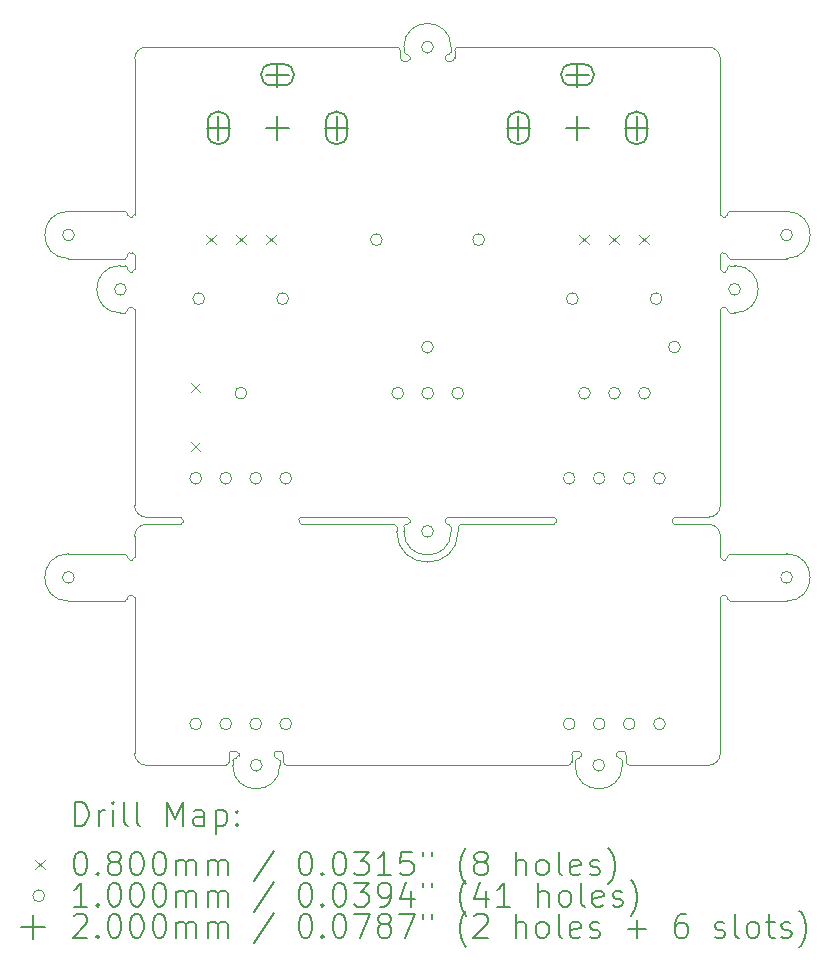
<source format=gbr>
%FSLAX45Y45*%
G04 Gerber Fmt 4.5, Leading zero omitted, Abs format (unit mm)*
G04 Created by KiCad (PCBNEW (6.0.1)) date 2022-01-31 14:39:38*
%MOMM*%
%LPD*%
G01*
G04 APERTURE LIST*
%TA.AperFunction,Profile*%
%ADD10C,0.038100*%
%TD*%
%ADD11C,0.200000*%
%ADD12C,0.080000*%
%ADD13C,0.100000*%
G04 APERTURE END LIST*
D10*
X16618200Y-9262795D02*
X16618200Y-9272795D01*
X12458200Y-13462795D02*
X12428200Y-13462795D01*
X11558200Y-9702795D02*
G75*
G03*
X11538200Y-9722795I0J-20000D01*
G01*
X12478200Y-13482795D02*
X12478200Y-13502795D01*
X11538200Y-11822795D02*
X11538200Y-11812795D01*
X13878200Y-7622795D02*
X13908200Y-7622795D01*
X16558200Y-9382795D02*
G75*
G03*
X16578200Y-9402795I20000J0D01*
G01*
X11538200Y-9382795D02*
X11538200Y-9372795D01*
X16558200Y-11642795D02*
G75*
G03*
X16458200Y-11542795I-100000J0D01*
G01*
X12988200Y-11502795D02*
X12988200Y-11522795D01*
X12858200Y-13492795D02*
G75*
G03*
X12828200Y-13462795I-30000J0D01*
G01*
X16578200Y-8942795D02*
X16598200Y-8942795D01*
X16618200Y-9262795D02*
G75*
G03*
X16598200Y-9242795I-20000J0D01*
G01*
X16168200Y-11542795D02*
X16458200Y-11542795D01*
X11538200Y-8922795D02*
G75*
G03*
X11558200Y-8942795I20000J0D01*
G01*
X11538200Y-12172795D02*
X11538200Y-12162795D01*
X16618200Y-9722795D02*
G75*
G03*
X16598200Y-9702795I-20000J0D01*
G01*
X13818200Y-11562795D02*
G75*
G03*
X13798200Y-11542795I-20000J0D01*
G01*
X16618200Y-11812795D02*
X16618200Y-11822795D01*
X14258200Y-7562795D02*
G75*
G03*
X14278200Y-7542795I0J20000D01*
G01*
X15758200Y-13492795D02*
X15758200Y-13552795D01*
X16168200Y-11482795D02*
G75*
G03*
X16148200Y-11502795I0J-20000D01*
G01*
X16168200Y-11482795D02*
X16458200Y-11482795D01*
X11988200Y-11482795D02*
X11698200Y-11482795D01*
X15268200Y-13582795D02*
X12888200Y-13582795D01*
X11038200Y-8892795D02*
X11518200Y-8892795D01*
X11578200Y-8942795D02*
G75*
G03*
X11598200Y-8922795I0J20000D01*
G01*
X15678200Y-13482795D02*
X15678200Y-13502795D01*
X11038200Y-9292795D02*
X11518200Y-9292795D01*
X15758200Y-13552795D02*
G75*
G03*
X15788200Y-13582795I30000J0D01*
G01*
X15328200Y-13582795D02*
X15328200Y-13542795D01*
X15728200Y-13542795D02*
G75*
G03*
X15708200Y-13522795I-20000J0D01*
G01*
X12858200Y-13552795D02*
G75*
G03*
X12888200Y-13582795I30000J0D01*
G01*
X16618200Y-12162795D02*
X16618200Y-12172795D01*
X14228200Y-7602795D02*
G75*
G03*
X14248200Y-7622795I20000J0D01*
G01*
X13818200Y-11602795D02*
G75*
G03*
X14338200Y-11602795I260000J0D01*
G01*
X13008200Y-11482795D02*
G75*
G03*
X12988200Y-11502795I0J-20000D01*
G01*
X14338200Y-7502795D02*
X16458200Y-7502795D01*
X11698200Y-7502795D02*
G75*
G03*
X11598200Y-7602795I0J-100000D01*
G01*
X16618200Y-9732795D02*
G75*
G03*
X16638200Y-9752795I20000J0D01*
G01*
X11538200Y-9372795D02*
G75*
G03*
X11518200Y-9352795I-20000J0D01*
G01*
X13848200Y-7532795D02*
G75*
G03*
X13818200Y-7502795I-30000J0D01*
G01*
X14278200Y-11562795D02*
X14278200Y-11602795D01*
X12828200Y-13462795D02*
X12798200Y-13462795D01*
X11988200Y-11542795D02*
X11698200Y-11542795D01*
X14278200Y-7542795D02*
X14278200Y-7502795D01*
X11538200Y-9732795D02*
X11538200Y-9722795D01*
X15708200Y-13522795D02*
X15698200Y-13522795D01*
X11558200Y-12142795D02*
G75*
G03*
X11538200Y-12162795I0J-20000D01*
G01*
X11598200Y-11382795D02*
X11598200Y-9722795D01*
X17118200Y-12192794D02*
X16638200Y-12192795D01*
X17118200Y-8892795D02*
X16638200Y-8892795D01*
X13008200Y-11482795D02*
X13908200Y-11482795D01*
X16558200Y-11822795D02*
G75*
G03*
X16578200Y-11842795I20000J0D01*
G01*
X16458200Y-13582795D02*
X15788200Y-13582795D01*
X16578200Y-9702795D02*
G75*
G03*
X16558200Y-9722795I0J-20000D01*
G01*
X11038200Y-8892795D02*
G75*
G03*
X11038200Y-9292795I0J-200000D01*
G01*
X12478200Y-13482795D02*
G75*
G03*
X12458200Y-13462795I-20000J0D01*
G01*
X12828200Y-13542795D02*
G75*
G03*
X12808200Y-13522795I-20000J0D01*
G01*
X12428200Y-13582795D02*
G75*
G03*
X12828200Y-13582795I200000J0D01*
G01*
X15678200Y-13502795D02*
G75*
G03*
X15698200Y-13522795I20000J0D01*
G01*
X11698200Y-11542795D02*
G75*
G03*
X11598200Y-11642795I0J-100000D01*
G01*
X11578200Y-12142795D02*
X11558200Y-12142795D01*
X11578200Y-9402795D02*
G75*
G03*
X11598200Y-9382795I0J20000D01*
G01*
X14278200Y-11562795D02*
G75*
G03*
X14258200Y-11542795I-20000J0D01*
G01*
X14358200Y-11542795D02*
X15148200Y-11542795D01*
X11578200Y-11842795D02*
X11558200Y-11842795D01*
X16558200Y-8922795D02*
X16558200Y-7602795D01*
X13928200Y-7582795D02*
G75*
G03*
X13908200Y-7562795I-20000J0D01*
G01*
X16598200Y-8942795D02*
G75*
G03*
X16618200Y-8922795I0J20000D01*
G01*
X17118200Y-9292795D02*
G75*
G03*
X17118200Y-8892795I0J200000D01*
G01*
X15728200Y-13462795D02*
X15698200Y-13462795D01*
X16578200Y-12142795D02*
X16598200Y-12142795D01*
X15358200Y-13462795D02*
X15328200Y-13462795D01*
X13908200Y-11542795D02*
G75*
G03*
X13928200Y-11522795I0J20000D01*
G01*
X12808200Y-13522795D02*
X12798200Y-13522795D01*
X16678200Y-9752795D02*
X16638200Y-9752795D01*
X11598200Y-9722795D02*
G75*
G03*
X11578200Y-9702795I-20000J0D01*
G01*
X15698200Y-13462795D02*
G75*
G03*
X15678200Y-13482795I0J-20000D01*
G01*
X16678200Y-9352795D02*
X16638200Y-9352795D01*
X16618200Y-12162795D02*
G75*
G03*
X16598200Y-12142795I-20000J0D01*
G01*
X14248200Y-7622795D02*
X14278200Y-7622795D01*
X15148200Y-11542795D02*
G75*
G03*
X15168200Y-11522795I0J20000D01*
G01*
X14358200Y-11542795D02*
G75*
G03*
X14338200Y-11562795I0J-20000D01*
G01*
X12828200Y-13542795D02*
X12828200Y-13582795D01*
X16598200Y-11842795D02*
G75*
G03*
X16618200Y-11822795I0J20000D01*
G01*
X11598200Y-9262795D02*
G75*
G03*
X11578200Y-9242795I-20000J0D01*
G01*
X14228200Y-7602795D02*
X14228200Y-7582795D01*
X11538200Y-8922795D02*
X11538200Y-8912795D01*
X15358200Y-13522795D02*
X15348200Y-13522795D01*
X15328200Y-13462795D02*
G75*
G03*
X15298200Y-13492795I0J-30000D01*
G01*
X11698200Y-13582795D02*
X12368200Y-13582795D01*
X12798200Y-13462795D02*
G75*
G03*
X12778200Y-13482795I0J-20000D01*
G01*
X11518200Y-9752795D02*
G75*
G03*
X11538200Y-9732795I0J20000D01*
G01*
X11698200Y-7502795D02*
X13818200Y-7502795D01*
X13878200Y-7502795D02*
X13878200Y-7542795D01*
X12368200Y-13582795D02*
G75*
G03*
X12398200Y-13552795I0J30000D01*
G01*
X12778200Y-13482795D02*
X12778200Y-13502795D01*
X11988200Y-11542795D02*
G75*
G03*
X12008200Y-11522795I0J20000D01*
G01*
X14308200Y-7532795D02*
X14308200Y-7562795D01*
X11538200Y-11812795D02*
G75*
G03*
X11518200Y-11792795I-20000J0D01*
G01*
X16678200Y-9752795D02*
G75*
G03*
X16678200Y-9352795I0J200000D01*
G01*
X14278200Y-7502795D02*
G75*
G03*
X13878200Y-7502795I-200000J0D01*
G01*
X14258200Y-11542795D02*
X14248200Y-11542795D01*
X14278200Y-7622795D02*
G75*
G03*
X14308200Y-7592795I0J30000D01*
G01*
X11578200Y-9242795D02*
X11558200Y-9242795D01*
X14228200Y-11522795D02*
G75*
G03*
X14248200Y-11542795I20000J0D01*
G01*
X14228200Y-11502795D02*
X14228200Y-11522795D01*
X13878200Y-11562795D02*
X13878200Y-11602795D01*
X11578200Y-9402795D02*
X11558200Y-9402795D01*
X16578200Y-9242795D02*
G75*
G03*
X16558200Y-9262795I0J-20000D01*
G01*
X16618200Y-9372795D02*
X16618200Y-9382795D01*
X15328200Y-13582795D02*
G75*
G03*
X15728200Y-13582795I200000J0D01*
G01*
X16578200Y-11842795D02*
X16598200Y-11842795D01*
X13908200Y-7622795D02*
G75*
G03*
X13928200Y-7602795I0J20000D01*
G01*
X13878200Y-11602795D02*
G75*
G03*
X14278200Y-11602795I200000J0D01*
G01*
X16638200Y-9352795D02*
G75*
G03*
X16618200Y-9372795I0J-20000D01*
G01*
X12008200Y-11502795D02*
G75*
G03*
X11988200Y-11482795I-20000J0D01*
G01*
X11598200Y-8922795D02*
X11598200Y-7602795D01*
X14248200Y-11482795D02*
G75*
G03*
X14228200Y-11502795I0J-20000D01*
G01*
X13898200Y-7562795D02*
X13908200Y-7562795D01*
X13008200Y-11542795D02*
X13798200Y-11542795D01*
X16638200Y-11792795D02*
G75*
G03*
X16618200Y-11812795I0J-20000D01*
G01*
X12988200Y-11522795D02*
G75*
G03*
X13008200Y-11542795I20000J0D01*
G01*
X11558200Y-9242795D02*
G75*
G03*
X11538200Y-9262795I0J-20000D01*
G01*
X12428200Y-13462795D02*
G75*
G03*
X12398200Y-13492795I0J-30000D01*
G01*
X12458200Y-13522795D02*
X12448200Y-13522795D01*
X16558200Y-11642795D02*
X16558200Y-11822795D01*
X11578200Y-9702795D02*
X11558200Y-9702795D01*
X12448200Y-13522795D02*
G75*
G03*
X12428200Y-13542795I0J-20000D01*
G01*
X15298200Y-13492795D02*
X15298200Y-13552795D01*
X16558200Y-8922795D02*
G75*
G03*
X16578200Y-8942795I20000J0D01*
G01*
X11538200Y-9272795D02*
X11538200Y-9262795D01*
X11518200Y-9292795D02*
G75*
G03*
X11538200Y-9272795I0J20000D01*
G01*
X11538200Y-8912795D02*
G75*
G03*
X11518200Y-8892795I-20000J0D01*
G01*
X16618200Y-9722795D02*
X16618200Y-9732795D01*
X11038200Y-11792795D02*
X11518200Y-11792795D01*
X11598200Y-12162795D02*
X11598200Y-13482795D01*
X14308200Y-7592795D02*
X14308200Y-7562795D01*
X16638200Y-8892795D02*
G75*
G03*
X16618200Y-8912795I0J-20000D01*
G01*
X16558200Y-7602795D02*
G75*
G03*
X16458200Y-7502795I-100000J0D01*
G01*
X11598200Y-12162795D02*
G75*
G03*
X11578200Y-12142795I-20000J0D01*
G01*
X13908200Y-11542795D02*
X13898200Y-11542795D01*
X11478200Y-9752795D02*
X11518200Y-9752795D01*
X13928200Y-11502795D02*
G75*
G03*
X13908200Y-11482795I-20000J0D01*
G01*
X11538200Y-11822795D02*
G75*
G03*
X11558200Y-11842795I20000J0D01*
G01*
X14248200Y-7562795D02*
X14258200Y-7562795D01*
X13928200Y-11502795D02*
X13928200Y-11522795D01*
X12428200Y-13582795D02*
X12428200Y-13542795D01*
X13848200Y-7532795D02*
X13848200Y-7592795D01*
X13848200Y-7592795D02*
G75*
G03*
X13878200Y-7622795I30000J0D01*
G01*
X13898200Y-11542795D02*
G75*
G03*
X13878200Y-11562795I0J-20000D01*
G01*
X16578200Y-9242795D02*
X16598200Y-9242795D01*
X11038200Y-12192795D02*
X11518200Y-12192795D01*
X15168200Y-11502795D02*
G75*
G03*
X15148200Y-11482795I-20000J0D01*
G01*
X16578200Y-9702795D02*
X16598200Y-9702795D01*
X14248200Y-7562795D02*
G75*
G03*
X14228200Y-7582795I0J-20000D01*
G01*
X16558200Y-12162795D02*
X16558200Y-13482795D01*
X16598200Y-9402795D02*
G75*
G03*
X16618200Y-9382795I0J20000D01*
G01*
X11478200Y-9352795D02*
X11518200Y-9352795D01*
X15758200Y-13492795D02*
G75*
G03*
X15728200Y-13462795I-30000J0D01*
G01*
X16458200Y-11482795D02*
G75*
G03*
X16558200Y-11382795I0J100000D01*
G01*
X11578200Y-11842795D02*
G75*
G03*
X11598200Y-11822795I0J20000D01*
G01*
X11578200Y-8942795D02*
X11558200Y-8942795D01*
X15728200Y-13582795D02*
X15728200Y-13542795D01*
X13818200Y-11602795D02*
X13818200Y-11562795D01*
X11518200Y-12192795D02*
G75*
G03*
X11538200Y-12172795I0J20000D01*
G01*
X12398200Y-13492795D02*
X12398200Y-13552795D01*
X15268200Y-13582795D02*
G75*
G03*
X15298200Y-13552795I0J30000D01*
G01*
X15378200Y-13482795D02*
G75*
G03*
X15358200Y-13462795I-20000J0D01*
G01*
X16558200Y-9262795D02*
X16558200Y-9382795D01*
X16578200Y-9402795D02*
X16598200Y-9402795D01*
X11598200Y-11382795D02*
G75*
G03*
X11698200Y-11482795I100000J0D01*
G01*
X16618200Y-8912795D02*
X16618200Y-8922795D01*
X11478200Y-9352795D02*
G75*
G03*
X11478200Y-9752795I0J-200000D01*
G01*
X11538200Y-9382795D02*
G75*
G03*
X11558200Y-9402795I20000J0D01*
G01*
X12458200Y-13522795D02*
G75*
G03*
X12478200Y-13502795I0J20000D01*
G01*
X11598200Y-9382795D02*
X11598200Y-9262795D01*
X16618200Y-9272795D02*
G75*
G03*
X16638200Y-9292795I20000J0D01*
G01*
X16458200Y-13582795D02*
G75*
G03*
X16558200Y-13482795I0J100000D01*
G01*
X15168200Y-11502795D02*
X15168200Y-11522795D01*
X17118200Y-12192795D02*
G75*
G03*
X17118200Y-11792795I0J200000D01*
G01*
X16148200Y-11522795D02*
G75*
G03*
X16168200Y-11542795I20000J0D01*
G01*
X12858200Y-13492795D02*
X12858200Y-13552795D01*
X16148200Y-11502795D02*
X16148200Y-11522795D01*
X17118200Y-9292795D02*
X16638200Y-9292795D01*
X16618200Y-12172795D02*
G75*
G03*
X16638200Y-12192795I20000J0D01*
G01*
X14338200Y-11602795D02*
X14338200Y-11562795D01*
X12778200Y-13502795D02*
G75*
G03*
X12798200Y-13522795I20000J0D01*
G01*
X12008200Y-11502795D02*
X12008200Y-11522795D01*
X15378200Y-13482795D02*
X15378200Y-13502795D01*
X13878200Y-7542795D02*
G75*
G03*
X13898200Y-7562795I20000J0D01*
G01*
X11038200Y-11792795D02*
G75*
G03*
X11038200Y-12192795I0J-200000D01*
G01*
X14338200Y-7502795D02*
G75*
G03*
X14308200Y-7532795I0J-30000D01*
G01*
X15358200Y-13522795D02*
G75*
G03*
X15378200Y-13502795I0J20000D01*
G01*
X15348200Y-13522795D02*
G75*
G03*
X15328200Y-13542795I0J-20000D01*
G01*
X13928200Y-7602795D02*
X13928200Y-7582795D01*
X17118200Y-11792795D02*
X16638200Y-11792795D01*
X16578200Y-12142795D02*
G75*
G03*
X16558200Y-12162795I0J-20000D01*
G01*
X11598200Y-11822795D02*
X11598200Y-11642795D01*
X14248200Y-11482795D02*
X15148200Y-11482795D01*
X16558200Y-11382795D02*
X16558200Y-9722795D01*
X11598200Y-13482795D02*
G75*
G03*
X11698200Y-13582795I100000J0D01*
G01*
D11*
D12*
X12076200Y-10344045D02*
X12156200Y-10424045D01*
X12156200Y-10344045D02*
X12076200Y-10424045D01*
X12076200Y-10844045D02*
X12156200Y-10924045D01*
X12156200Y-10844045D02*
X12076200Y-10924045D01*
X12204200Y-9092795D02*
X12284200Y-9172795D01*
X12284200Y-9092795D02*
X12204200Y-9172795D01*
X12458200Y-9092795D02*
X12538200Y-9172795D01*
X12538200Y-9092795D02*
X12458200Y-9172795D01*
X12712200Y-9092795D02*
X12792200Y-9172795D01*
X12792200Y-9092795D02*
X12712200Y-9172795D01*
X15364200Y-9092795D02*
X15444200Y-9172795D01*
X15444200Y-9092795D02*
X15364200Y-9172795D01*
X15618200Y-9092795D02*
X15698200Y-9172795D01*
X15698200Y-9092795D02*
X15618200Y-9172795D01*
X15872200Y-9092795D02*
X15952200Y-9172795D01*
X15952200Y-9092795D02*
X15872200Y-9172795D01*
D13*
X11088200Y-9092795D02*
G75*
G03*
X11088200Y-9092795I-50000J0D01*
G01*
X11088200Y-11992795D02*
G75*
G03*
X11088200Y-11992795I-50000J0D01*
G01*
X11528200Y-9552795D02*
G75*
G03*
X11528200Y-9552795I-50000J0D01*
G01*
X12166200Y-11152795D02*
G75*
G03*
X12166200Y-11152795I-50000J0D01*
G01*
X12166200Y-13232795D02*
G75*
G03*
X12166200Y-13232795I-50000J0D01*
G01*
X12192200Y-9632795D02*
G75*
G03*
X12192200Y-9632795I-50000J0D01*
G01*
X12420200Y-11152795D02*
G75*
G03*
X12420200Y-11152795I-50000J0D01*
G01*
X12420200Y-13232795D02*
G75*
G03*
X12420200Y-13232795I-50000J0D01*
G01*
X12548200Y-10432795D02*
G75*
G03*
X12548200Y-10432795I-50000J0D01*
G01*
X12674200Y-11152795D02*
G75*
G03*
X12674200Y-11152795I-50000J0D01*
G01*
X12674200Y-13232795D02*
G75*
G03*
X12674200Y-13232795I-50000J0D01*
G01*
X12678200Y-13582795D02*
G75*
G03*
X12678200Y-13582795I-50000J0D01*
G01*
X12902200Y-9632795D02*
G75*
G03*
X12902200Y-9632795I-50000J0D01*
G01*
X12928200Y-11152795D02*
G75*
G03*
X12928200Y-11152795I-50000J0D01*
G01*
X12928200Y-13232795D02*
G75*
G03*
X12928200Y-13232795I-50000J0D01*
G01*
X13695580Y-9132795D02*
G75*
G03*
X13695580Y-9132795I-50000J0D01*
G01*
X13875700Y-10432795D02*
G75*
G03*
X13875700Y-10432795I-50000J0D01*
G01*
X14128200Y-7502795D02*
G75*
G03*
X14128200Y-7502795I-50000J0D01*
G01*
X14128200Y-10042795D02*
G75*
G03*
X14128200Y-10042795I-50000J0D01*
G01*
X14128200Y-11602795D02*
G75*
G03*
X14128200Y-11602795I-50000J0D01*
G01*
X14129700Y-10432795D02*
G75*
G03*
X14129700Y-10432795I-50000J0D01*
G01*
X14383700Y-10432795D02*
G75*
G03*
X14383700Y-10432795I-50000J0D01*
G01*
X14560820Y-9132795D02*
G75*
G03*
X14560820Y-9132795I-50000J0D01*
G01*
X15328200Y-11152795D02*
G75*
G03*
X15328200Y-11152795I-50000J0D01*
G01*
X15328200Y-13232795D02*
G75*
G03*
X15328200Y-13232795I-50000J0D01*
G01*
X15354200Y-9632795D02*
G75*
G03*
X15354200Y-9632795I-50000J0D01*
G01*
X15456700Y-10432795D02*
G75*
G03*
X15456700Y-10432795I-50000J0D01*
G01*
X15578200Y-13582795D02*
G75*
G03*
X15578200Y-13582795I-50000J0D01*
G01*
X15582200Y-11152795D02*
G75*
G03*
X15582200Y-11152795I-50000J0D01*
G01*
X15582200Y-13232795D02*
G75*
G03*
X15582200Y-13232795I-50000J0D01*
G01*
X15710700Y-10432795D02*
G75*
G03*
X15710700Y-10432795I-50000J0D01*
G01*
X15836200Y-11152795D02*
G75*
G03*
X15836200Y-11152795I-50000J0D01*
G01*
X15836200Y-13232795D02*
G75*
G03*
X15836200Y-13232795I-50000J0D01*
G01*
X15964700Y-10432795D02*
G75*
G03*
X15964700Y-10432795I-50000J0D01*
G01*
X16064200Y-9632795D02*
G75*
G03*
X16064200Y-9632795I-50000J0D01*
G01*
X16092200Y-11152795D02*
G75*
G03*
X16092200Y-11152795I-50000J0D01*
G01*
X16092200Y-13232795D02*
G75*
G03*
X16092200Y-13232795I-50000J0D01*
G01*
X16218700Y-10042795D02*
G75*
G03*
X16218700Y-10042795I-50000J0D01*
G01*
X16728200Y-9552795D02*
G75*
G03*
X16728200Y-9552795I-50000J0D01*
G01*
X17168200Y-9092795D02*
G75*
G03*
X17168200Y-9092795I-50000J0D01*
G01*
X17168200Y-11992795D02*
G75*
G03*
X17168200Y-11992795I-50000J0D01*
G01*
D11*
X12308200Y-8087445D02*
X12308200Y-8287445D01*
X12208200Y-8187445D02*
X12408200Y-8187445D01*
X12218200Y-8137445D02*
X12218200Y-8237445D01*
X12398200Y-8137445D02*
X12398200Y-8237445D01*
X12218200Y-8237445D02*
G75*
G03*
X12398200Y-8237445I90000J0D01*
G01*
X12398200Y-8137445D02*
G75*
G03*
X12218200Y-8137445I-90000J0D01*
G01*
X12808200Y-7637445D02*
X12808200Y-7837445D01*
X12708200Y-7737445D02*
X12908200Y-7737445D01*
X12858200Y-7647445D02*
X12758200Y-7647445D01*
X12858200Y-7827445D02*
X12758200Y-7827445D01*
X12758200Y-7647445D02*
G75*
G03*
X12758200Y-7827445I0J-90000D01*
G01*
X12858200Y-7827445D02*
G75*
G03*
X12858200Y-7647445I0J90000D01*
G01*
X12808200Y-8087445D02*
X12808200Y-8287445D01*
X12708200Y-8187445D02*
X12908200Y-8187445D01*
X13308200Y-8087445D02*
X13308200Y-8287445D01*
X13208200Y-8187445D02*
X13408200Y-8187445D01*
X13218200Y-8137445D02*
X13218200Y-8237445D01*
X13398200Y-8137445D02*
X13398200Y-8237445D01*
X13218200Y-8237445D02*
G75*
G03*
X13398200Y-8237445I90000J0D01*
G01*
X13398200Y-8137445D02*
G75*
G03*
X13218200Y-8137445I-90000J0D01*
G01*
X14848200Y-8087445D02*
X14848200Y-8287445D01*
X14748200Y-8187445D02*
X14948200Y-8187445D01*
X14758200Y-8137445D02*
X14758200Y-8237445D01*
X14938200Y-8137445D02*
X14938200Y-8237445D01*
X14758200Y-8237445D02*
G75*
G03*
X14938200Y-8237445I90000J0D01*
G01*
X14938200Y-8137445D02*
G75*
G03*
X14758200Y-8137445I-90000J0D01*
G01*
X15348200Y-7637445D02*
X15348200Y-7837445D01*
X15248200Y-7737445D02*
X15448200Y-7737445D01*
X15398200Y-7647445D02*
X15298200Y-7647445D01*
X15398200Y-7827445D02*
X15298200Y-7827445D01*
X15298200Y-7647445D02*
G75*
G03*
X15298200Y-7827445I0J-90000D01*
G01*
X15398200Y-7827445D02*
G75*
G03*
X15398200Y-7647445I0J90000D01*
G01*
X15348200Y-8087445D02*
X15348200Y-8287445D01*
X15248200Y-8187445D02*
X15448200Y-8187445D01*
X15848200Y-8087445D02*
X15848200Y-8287445D01*
X15748200Y-8187445D02*
X15948200Y-8187445D01*
X15758200Y-8137445D02*
X15758200Y-8237445D01*
X15938200Y-8137445D02*
X15938200Y-8237445D01*
X15758200Y-8237445D02*
G75*
G03*
X15938200Y-8237445I90000J0D01*
G01*
X15938200Y-8137445D02*
G75*
G03*
X15758200Y-8137445I-90000J0D01*
G01*
X11093914Y-14095176D02*
X11093914Y-13895176D01*
X11141533Y-13895176D01*
X11170105Y-13904700D01*
X11189152Y-13923748D01*
X11198676Y-13942795D01*
X11208200Y-13980890D01*
X11208200Y-14009462D01*
X11198676Y-14047557D01*
X11189152Y-14066605D01*
X11170105Y-14085652D01*
X11141533Y-14095176D01*
X11093914Y-14095176D01*
X11293914Y-14095176D02*
X11293914Y-13961843D01*
X11293914Y-13999938D02*
X11303438Y-13980890D01*
X11312962Y-13971367D01*
X11332009Y-13961843D01*
X11351057Y-13961843D01*
X11417723Y-14095176D02*
X11417723Y-13961843D01*
X11417723Y-13895176D02*
X11408200Y-13904700D01*
X11417723Y-13914224D01*
X11427247Y-13904700D01*
X11417723Y-13895176D01*
X11417723Y-13914224D01*
X11541533Y-14095176D02*
X11522485Y-14085652D01*
X11512962Y-14066605D01*
X11512962Y-13895176D01*
X11646295Y-14095176D02*
X11627247Y-14085652D01*
X11617723Y-14066605D01*
X11617723Y-13895176D01*
X11874866Y-14095176D02*
X11874866Y-13895176D01*
X11941533Y-14038033D01*
X12008200Y-13895176D01*
X12008200Y-14095176D01*
X12189152Y-14095176D02*
X12189152Y-13990414D01*
X12179628Y-13971367D01*
X12160581Y-13961843D01*
X12122485Y-13961843D01*
X12103438Y-13971367D01*
X12189152Y-14085652D02*
X12170104Y-14095176D01*
X12122485Y-14095176D01*
X12103438Y-14085652D01*
X12093914Y-14066605D01*
X12093914Y-14047557D01*
X12103438Y-14028509D01*
X12122485Y-14018986D01*
X12170104Y-14018986D01*
X12189152Y-14009462D01*
X12284390Y-13961843D02*
X12284390Y-14161843D01*
X12284390Y-13971367D02*
X12303438Y-13961843D01*
X12341533Y-13961843D01*
X12360581Y-13971367D01*
X12370104Y-13980890D01*
X12379628Y-13999938D01*
X12379628Y-14057081D01*
X12370104Y-14076128D01*
X12360581Y-14085652D01*
X12341533Y-14095176D01*
X12303438Y-14095176D01*
X12284390Y-14085652D01*
X12465343Y-14076128D02*
X12474866Y-14085652D01*
X12465343Y-14095176D01*
X12455819Y-14085652D01*
X12465343Y-14076128D01*
X12465343Y-14095176D01*
X12465343Y-13971367D02*
X12474866Y-13980890D01*
X12465343Y-13990414D01*
X12455819Y-13980890D01*
X12465343Y-13971367D01*
X12465343Y-13990414D01*
D12*
X10756295Y-14384700D02*
X10836295Y-14464700D01*
X10836295Y-14384700D02*
X10756295Y-14464700D01*
D11*
X11132009Y-14315176D02*
X11151057Y-14315176D01*
X11170105Y-14324700D01*
X11179628Y-14334224D01*
X11189152Y-14353271D01*
X11198676Y-14391367D01*
X11198676Y-14438986D01*
X11189152Y-14477081D01*
X11179628Y-14496128D01*
X11170105Y-14505652D01*
X11151057Y-14515176D01*
X11132009Y-14515176D01*
X11112962Y-14505652D01*
X11103438Y-14496128D01*
X11093914Y-14477081D01*
X11084390Y-14438986D01*
X11084390Y-14391367D01*
X11093914Y-14353271D01*
X11103438Y-14334224D01*
X11112962Y-14324700D01*
X11132009Y-14315176D01*
X11284390Y-14496128D02*
X11293914Y-14505652D01*
X11284390Y-14515176D01*
X11274866Y-14505652D01*
X11284390Y-14496128D01*
X11284390Y-14515176D01*
X11408200Y-14400890D02*
X11389152Y-14391367D01*
X11379628Y-14381843D01*
X11370104Y-14362795D01*
X11370104Y-14353271D01*
X11379628Y-14334224D01*
X11389152Y-14324700D01*
X11408200Y-14315176D01*
X11446295Y-14315176D01*
X11465343Y-14324700D01*
X11474866Y-14334224D01*
X11484390Y-14353271D01*
X11484390Y-14362795D01*
X11474866Y-14381843D01*
X11465343Y-14391367D01*
X11446295Y-14400890D01*
X11408200Y-14400890D01*
X11389152Y-14410414D01*
X11379628Y-14419938D01*
X11370104Y-14438986D01*
X11370104Y-14477081D01*
X11379628Y-14496128D01*
X11389152Y-14505652D01*
X11408200Y-14515176D01*
X11446295Y-14515176D01*
X11465343Y-14505652D01*
X11474866Y-14496128D01*
X11484390Y-14477081D01*
X11484390Y-14438986D01*
X11474866Y-14419938D01*
X11465343Y-14410414D01*
X11446295Y-14400890D01*
X11608200Y-14315176D02*
X11627247Y-14315176D01*
X11646295Y-14324700D01*
X11655819Y-14334224D01*
X11665343Y-14353271D01*
X11674866Y-14391367D01*
X11674866Y-14438986D01*
X11665343Y-14477081D01*
X11655819Y-14496128D01*
X11646295Y-14505652D01*
X11627247Y-14515176D01*
X11608200Y-14515176D01*
X11589152Y-14505652D01*
X11579628Y-14496128D01*
X11570104Y-14477081D01*
X11560581Y-14438986D01*
X11560581Y-14391367D01*
X11570104Y-14353271D01*
X11579628Y-14334224D01*
X11589152Y-14324700D01*
X11608200Y-14315176D01*
X11798676Y-14315176D02*
X11817723Y-14315176D01*
X11836771Y-14324700D01*
X11846295Y-14334224D01*
X11855819Y-14353271D01*
X11865343Y-14391367D01*
X11865343Y-14438986D01*
X11855819Y-14477081D01*
X11846295Y-14496128D01*
X11836771Y-14505652D01*
X11817723Y-14515176D01*
X11798676Y-14515176D01*
X11779628Y-14505652D01*
X11770104Y-14496128D01*
X11760581Y-14477081D01*
X11751057Y-14438986D01*
X11751057Y-14391367D01*
X11760581Y-14353271D01*
X11770104Y-14334224D01*
X11779628Y-14324700D01*
X11798676Y-14315176D01*
X11951057Y-14515176D02*
X11951057Y-14381843D01*
X11951057Y-14400890D02*
X11960581Y-14391367D01*
X11979628Y-14381843D01*
X12008200Y-14381843D01*
X12027247Y-14391367D01*
X12036771Y-14410414D01*
X12036771Y-14515176D01*
X12036771Y-14410414D02*
X12046295Y-14391367D01*
X12065343Y-14381843D01*
X12093914Y-14381843D01*
X12112962Y-14391367D01*
X12122485Y-14410414D01*
X12122485Y-14515176D01*
X12217723Y-14515176D02*
X12217723Y-14381843D01*
X12217723Y-14400890D02*
X12227247Y-14391367D01*
X12246295Y-14381843D01*
X12274866Y-14381843D01*
X12293914Y-14391367D01*
X12303438Y-14410414D01*
X12303438Y-14515176D01*
X12303438Y-14410414D02*
X12312962Y-14391367D01*
X12332009Y-14381843D01*
X12360581Y-14381843D01*
X12379628Y-14391367D01*
X12389152Y-14410414D01*
X12389152Y-14515176D01*
X12779628Y-14305652D02*
X12608200Y-14562795D01*
X13036771Y-14315176D02*
X13055819Y-14315176D01*
X13074866Y-14324700D01*
X13084390Y-14334224D01*
X13093914Y-14353271D01*
X13103438Y-14391367D01*
X13103438Y-14438986D01*
X13093914Y-14477081D01*
X13084390Y-14496128D01*
X13074866Y-14505652D01*
X13055819Y-14515176D01*
X13036771Y-14515176D01*
X13017723Y-14505652D01*
X13008200Y-14496128D01*
X12998676Y-14477081D01*
X12989152Y-14438986D01*
X12989152Y-14391367D01*
X12998676Y-14353271D01*
X13008200Y-14334224D01*
X13017723Y-14324700D01*
X13036771Y-14315176D01*
X13189152Y-14496128D02*
X13198676Y-14505652D01*
X13189152Y-14515176D01*
X13179628Y-14505652D01*
X13189152Y-14496128D01*
X13189152Y-14515176D01*
X13322485Y-14315176D02*
X13341533Y-14315176D01*
X13360581Y-14324700D01*
X13370104Y-14334224D01*
X13379628Y-14353271D01*
X13389152Y-14391367D01*
X13389152Y-14438986D01*
X13379628Y-14477081D01*
X13370104Y-14496128D01*
X13360581Y-14505652D01*
X13341533Y-14515176D01*
X13322485Y-14515176D01*
X13303438Y-14505652D01*
X13293914Y-14496128D01*
X13284390Y-14477081D01*
X13274866Y-14438986D01*
X13274866Y-14391367D01*
X13284390Y-14353271D01*
X13293914Y-14334224D01*
X13303438Y-14324700D01*
X13322485Y-14315176D01*
X13455819Y-14315176D02*
X13579628Y-14315176D01*
X13512962Y-14391367D01*
X13541533Y-14391367D01*
X13560581Y-14400890D01*
X13570104Y-14410414D01*
X13579628Y-14429462D01*
X13579628Y-14477081D01*
X13570104Y-14496128D01*
X13560581Y-14505652D01*
X13541533Y-14515176D01*
X13484390Y-14515176D01*
X13465343Y-14505652D01*
X13455819Y-14496128D01*
X13770104Y-14515176D02*
X13655819Y-14515176D01*
X13712962Y-14515176D02*
X13712962Y-14315176D01*
X13693914Y-14343748D01*
X13674866Y-14362795D01*
X13655819Y-14372319D01*
X13951057Y-14315176D02*
X13855819Y-14315176D01*
X13846295Y-14410414D01*
X13855819Y-14400890D01*
X13874866Y-14391367D01*
X13922485Y-14391367D01*
X13941533Y-14400890D01*
X13951057Y-14410414D01*
X13960581Y-14429462D01*
X13960581Y-14477081D01*
X13951057Y-14496128D01*
X13941533Y-14505652D01*
X13922485Y-14515176D01*
X13874866Y-14515176D01*
X13855819Y-14505652D01*
X13846295Y-14496128D01*
X14036771Y-14315176D02*
X14036771Y-14353271D01*
X14112962Y-14315176D02*
X14112962Y-14353271D01*
X14408200Y-14591367D02*
X14398676Y-14581843D01*
X14379628Y-14553271D01*
X14370104Y-14534224D01*
X14360581Y-14505652D01*
X14351057Y-14458033D01*
X14351057Y-14419938D01*
X14360581Y-14372319D01*
X14370104Y-14343748D01*
X14379628Y-14324700D01*
X14398676Y-14296128D01*
X14408200Y-14286605D01*
X14512962Y-14400890D02*
X14493914Y-14391367D01*
X14484390Y-14381843D01*
X14474866Y-14362795D01*
X14474866Y-14353271D01*
X14484390Y-14334224D01*
X14493914Y-14324700D01*
X14512962Y-14315176D01*
X14551057Y-14315176D01*
X14570104Y-14324700D01*
X14579628Y-14334224D01*
X14589152Y-14353271D01*
X14589152Y-14362795D01*
X14579628Y-14381843D01*
X14570104Y-14391367D01*
X14551057Y-14400890D01*
X14512962Y-14400890D01*
X14493914Y-14410414D01*
X14484390Y-14419938D01*
X14474866Y-14438986D01*
X14474866Y-14477081D01*
X14484390Y-14496128D01*
X14493914Y-14505652D01*
X14512962Y-14515176D01*
X14551057Y-14515176D01*
X14570104Y-14505652D01*
X14579628Y-14496128D01*
X14589152Y-14477081D01*
X14589152Y-14438986D01*
X14579628Y-14419938D01*
X14570104Y-14410414D01*
X14551057Y-14400890D01*
X14827247Y-14515176D02*
X14827247Y-14315176D01*
X14912962Y-14515176D02*
X14912962Y-14410414D01*
X14903438Y-14391367D01*
X14884390Y-14381843D01*
X14855819Y-14381843D01*
X14836771Y-14391367D01*
X14827247Y-14400890D01*
X15036771Y-14515176D02*
X15017723Y-14505652D01*
X15008200Y-14496128D01*
X14998676Y-14477081D01*
X14998676Y-14419938D01*
X15008200Y-14400890D01*
X15017723Y-14391367D01*
X15036771Y-14381843D01*
X15065343Y-14381843D01*
X15084390Y-14391367D01*
X15093914Y-14400890D01*
X15103438Y-14419938D01*
X15103438Y-14477081D01*
X15093914Y-14496128D01*
X15084390Y-14505652D01*
X15065343Y-14515176D01*
X15036771Y-14515176D01*
X15217723Y-14515176D02*
X15198676Y-14505652D01*
X15189152Y-14486605D01*
X15189152Y-14315176D01*
X15370104Y-14505652D02*
X15351057Y-14515176D01*
X15312962Y-14515176D01*
X15293914Y-14505652D01*
X15284390Y-14486605D01*
X15284390Y-14410414D01*
X15293914Y-14391367D01*
X15312962Y-14381843D01*
X15351057Y-14381843D01*
X15370104Y-14391367D01*
X15379628Y-14410414D01*
X15379628Y-14429462D01*
X15284390Y-14448509D01*
X15455819Y-14505652D02*
X15474866Y-14515176D01*
X15512962Y-14515176D01*
X15532009Y-14505652D01*
X15541533Y-14486605D01*
X15541533Y-14477081D01*
X15532009Y-14458033D01*
X15512962Y-14448509D01*
X15484390Y-14448509D01*
X15465343Y-14438986D01*
X15455819Y-14419938D01*
X15455819Y-14410414D01*
X15465343Y-14391367D01*
X15484390Y-14381843D01*
X15512962Y-14381843D01*
X15532009Y-14391367D01*
X15608200Y-14591367D02*
X15617723Y-14581843D01*
X15636771Y-14553271D01*
X15646295Y-14534224D01*
X15655819Y-14505652D01*
X15665343Y-14458033D01*
X15665343Y-14419938D01*
X15655819Y-14372319D01*
X15646295Y-14343748D01*
X15636771Y-14324700D01*
X15617723Y-14296128D01*
X15608200Y-14286605D01*
D13*
X10836295Y-14688700D02*
G75*
G03*
X10836295Y-14688700I-50000J0D01*
G01*
D11*
X11198676Y-14779176D02*
X11084390Y-14779176D01*
X11141533Y-14779176D02*
X11141533Y-14579176D01*
X11122485Y-14607748D01*
X11103438Y-14626795D01*
X11084390Y-14636319D01*
X11284390Y-14760128D02*
X11293914Y-14769652D01*
X11284390Y-14779176D01*
X11274866Y-14769652D01*
X11284390Y-14760128D01*
X11284390Y-14779176D01*
X11417723Y-14579176D02*
X11436771Y-14579176D01*
X11455819Y-14588700D01*
X11465343Y-14598224D01*
X11474866Y-14617271D01*
X11484390Y-14655367D01*
X11484390Y-14702986D01*
X11474866Y-14741081D01*
X11465343Y-14760128D01*
X11455819Y-14769652D01*
X11436771Y-14779176D01*
X11417723Y-14779176D01*
X11398676Y-14769652D01*
X11389152Y-14760128D01*
X11379628Y-14741081D01*
X11370104Y-14702986D01*
X11370104Y-14655367D01*
X11379628Y-14617271D01*
X11389152Y-14598224D01*
X11398676Y-14588700D01*
X11417723Y-14579176D01*
X11608200Y-14579176D02*
X11627247Y-14579176D01*
X11646295Y-14588700D01*
X11655819Y-14598224D01*
X11665343Y-14617271D01*
X11674866Y-14655367D01*
X11674866Y-14702986D01*
X11665343Y-14741081D01*
X11655819Y-14760128D01*
X11646295Y-14769652D01*
X11627247Y-14779176D01*
X11608200Y-14779176D01*
X11589152Y-14769652D01*
X11579628Y-14760128D01*
X11570104Y-14741081D01*
X11560581Y-14702986D01*
X11560581Y-14655367D01*
X11570104Y-14617271D01*
X11579628Y-14598224D01*
X11589152Y-14588700D01*
X11608200Y-14579176D01*
X11798676Y-14579176D02*
X11817723Y-14579176D01*
X11836771Y-14588700D01*
X11846295Y-14598224D01*
X11855819Y-14617271D01*
X11865343Y-14655367D01*
X11865343Y-14702986D01*
X11855819Y-14741081D01*
X11846295Y-14760128D01*
X11836771Y-14769652D01*
X11817723Y-14779176D01*
X11798676Y-14779176D01*
X11779628Y-14769652D01*
X11770104Y-14760128D01*
X11760581Y-14741081D01*
X11751057Y-14702986D01*
X11751057Y-14655367D01*
X11760581Y-14617271D01*
X11770104Y-14598224D01*
X11779628Y-14588700D01*
X11798676Y-14579176D01*
X11951057Y-14779176D02*
X11951057Y-14645843D01*
X11951057Y-14664890D02*
X11960581Y-14655367D01*
X11979628Y-14645843D01*
X12008200Y-14645843D01*
X12027247Y-14655367D01*
X12036771Y-14674414D01*
X12036771Y-14779176D01*
X12036771Y-14674414D02*
X12046295Y-14655367D01*
X12065343Y-14645843D01*
X12093914Y-14645843D01*
X12112962Y-14655367D01*
X12122485Y-14674414D01*
X12122485Y-14779176D01*
X12217723Y-14779176D02*
X12217723Y-14645843D01*
X12217723Y-14664890D02*
X12227247Y-14655367D01*
X12246295Y-14645843D01*
X12274866Y-14645843D01*
X12293914Y-14655367D01*
X12303438Y-14674414D01*
X12303438Y-14779176D01*
X12303438Y-14674414D02*
X12312962Y-14655367D01*
X12332009Y-14645843D01*
X12360581Y-14645843D01*
X12379628Y-14655367D01*
X12389152Y-14674414D01*
X12389152Y-14779176D01*
X12779628Y-14569652D02*
X12608200Y-14826795D01*
X13036771Y-14579176D02*
X13055819Y-14579176D01*
X13074866Y-14588700D01*
X13084390Y-14598224D01*
X13093914Y-14617271D01*
X13103438Y-14655367D01*
X13103438Y-14702986D01*
X13093914Y-14741081D01*
X13084390Y-14760128D01*
X13074866Y-14769652D01*
X13055819Y-14779176D01*
X13036771Y-14779176D01*
X13017723Y-14769652D01*
X13008200Y-14760128D01*
X12998676Y-14741081D01*
X12989152Y-14702986D01*
X12989152Y-14655367D01*
X12998676Y-14617271D01*
X13008200Y-14598224D01*
X13017723Y-14588700D01*
X13036771Y-14579176D01*
X13189152Y-14760128D02*
X13198676Y-14769652D01*
X13189152Y-14779176D01*
X13179628Y-14769652D01*
X13189152Y-14760128D01*
X13189152Y-14779176D01*
X13322485Y-14579176D02*
X13341533Y-14579176D01*
X13360581Y-14588700D01*
X13370104Y-14598224D01*
X13379628Y-14617271D01*
X13389152Y-14655367D01*
X13389152Y-14702986D01*
X13379628Y-14741081D01*
X13370104Y-14760128D01*
X13360581Y-14769652D01*
X13341533Y-14779176D01*
X13322485Y-14779176D01*
X13303438Y-14769652D01*
X13293914Y-14760128D01*
X13284390Y-14741081D01*
X13274866Y-14702986D01*
X13274866Y-14655367D01*
X13284390Y-14617271D01*
X13293914Y-14598224D01*
X13303438Y-14588700D01*
X13322485Y-14579176D01*
X13455819Y-14579176D02*
X13579628Y-14579176D01*
X13512962Y-14655367D01*
X13541533Y-14655367D01*
X13560581Y-14664890D01*
X13570104Y-14674414D01*
X13579628Y-14693462D01*
X13579628Y-14741081D01*
X13570104Y-14760128D01*
X13560581Y-14769652D01*
X13541533Y-14779176D01*
X13484390Y-14779176D01*
X13465343Y-14769652D01*
X13455819Y-14760128D01*
X13674866Y-14779176D02*
X13712962Y-14779176D01*
X13732009Y-14769652D01*
X13741533Y-14760128D01*
X13760581Y-14731557D01*
X13770104Y-14693462D01*
X13770104Y-14617271D01*
X13760581Y-14598224D01*
X13751057Y-14588700D01*
X13732009Y-14579176D01*
X13693914Y-14579176D01*
X13674866Y-14588700D01*
X13665343Y-14598224D01*
X13655819Y-14617271D01*
X13655819Y-14664890D01*
X13665343Y-14683938D01*
X13674866Y-14693462D01*
X13693914Y-14702986D01*
X13732009Y-14702986D01*
X13751057Y-14693462D01*
X13760581Y-14683938D01*
X13770104Y-14664890D01*
X13941533Y-14645843D02*
X13941533Y-14779176D01*
X13893914Y-14569652D02*
X13846295Y-14712509D01*
X13970104Y-14712509D01*
X14036771Y-14579176D02*
X14036771Y-14617271D01*
X14112962Y-14579176D02*
X14112962Y-14617271D01*
X14408200Y-14855367D02*
X14398676Y-14845843D01*
X14379628Y-14817271D01*
X14370104Y-14798224D01*
X14360581Y-14769652D01*
X14351057Y-14722033D01*
X14351057Y-14683938D01*
X14360581Y-14636319D01*
X14370104Y-14607748D01*
X14379628Y-14588700D01*
X14398676Y-14560128D01*
X14408200Y-14550605D01*
X14570104Y-14645843D02*
X14570104Y-14779176D01*
X14522485Y-14569652D02*
X14474866Y-14712509D01*
X14598676Y-14712509D01*
X14779628Y-14779176D02*
X14665343Y-14779176D01*
X14722485Y-14779176D02*
X14722485Y-14579176D01*
X14703438Y-14607748D01*
X14684390Y-14626795D01*
X14665343Y-14636319D01*
X15017723Y-14779176D02*
X15017723Y-14579176D01*
X15103438Y-14779176D02*
X15103438Y-14674414D01*
X15093914Y-14655367D01*
X15074866Y-14645843D01*
X15046295Y-14645843D01*
X15027247Y-14655367D01*
X15017723Y-14664890D01*
X15227247Y-14779176D02*
X15208200Y-14769652D01*
X15198676Y-14760128D01*
X15189152Y-14741081D01*
X15189152Y-14683938D01*
X15198676Y-14664890D01*
X15208200Y-14655367D01*
X15227247Y-14645843D01*
X15255819Y-14645843D01*
X15274866Y-14655367D01*
X15284390Y-14664890D01*
X15293914Y-14683938D01*
X15293914Y-14741081D01*
X15284390Y-14760128D01*
X15274866Y-14769652D01*
X15255819Y-14779176D01*
X15227247Y-14779176D01*
X15408200Y-14779176D02*
X15389152Y-14769652D01*
X15379628Y-14750605D01*
X15379628Y-14579176D01*
X15560581Y-14769652D02*
X15541533Y-14779176D01*
X15503438Y-14779176D01*
X15484390Y-14769652D01*
X15474866Y-14750605D01*
X15474866Y-14674414D01*
X15484390Y-14655367D01*
X15503438Y-14645843D01*
X15541533Y-14645843D01*
X15560581Y-14655367D01*
X15570104Y-14674414D01*
X15570104Y-14693462D01*
X15474866Y-14712509D01*
X15646295Y-14769652D02*
X15665343Y-14779176D01*
X15703438Y-14779176D01*
X15722485Y-14769652D01*
X15732009Y-14750605D01*
X15732009Y-14741081D01*
X15722485Y-14722033D01*
X15703438Y-14712509D01*
X15674866Y-14712509D01*
X15655819Y-14702986D01*
X15646295Y-14683938D01*
X15646295Y-14674414D01*
X15655819Y-14655367D01*
X15674866Y-14645843D01*
X15703438Y-14645843D01*
X15722485Y-14655367D01*
X15798676Y-14855367D02*
X15808200Y-14845843D01*
X15827247Y-14817271D01*
X15836771Y-14798224D01*
X15846295Y-14769652D01*
X15855819Y-14722033D01*
X15855819Y-14683938D01*
X15846295Y-14636319D01*
X15836771Y-14607748D01*
X15827247Y-14588700D01*
X15808200Y-14560128D01*
X15798676Y-14550605D01*
X10736295Y-14852700D02*
X10736295Y-15052700D01*
X10636295Y-14952700D02*
X10836295Y-14952700D01*
X11084390Y-14862224D02*
X11093914Y-14852700D01*
X11112962Y-14843176D01*
X11160581Y-14843176D01*
X11179628Y-14852700D01*
X11189152Y-14862224D01*
X11198676Y-14881271D01*
X11198676Y-14900319D01*
X11189152Y-14928890D01*
X11074866Y-15043176D01*
X11198676Y-15043176D01*
X11284390Y-15024128D02*
X11293914Y-15033652D01*
X11284390Y-15043176D01*
X11274866Y-15033652D01*
X11284390Y-15024128D01*
X11284390Y-15043176D01*
X11417723Y-14843176D02*
X11436771Y-14843176D01*
X11455819Y-14852700D01*
X11465343Y-14862224D01*
X11474866Y-14881271D01*
X11484390Y-14919367D01*
X11484390Y-14966986D01*
X11474866Y-15005081D01*
X11465343Y-15024128D01*
X11455819Y-15033652D01*
X11436771Y-15043176D01*
X11417723Y-15043176D01*
X11398676Y-15033652D01*
X11389152Y-15024128D01*
X11379628Y-15005081D01*
X11370104Y-14966986D01*
X11370104Y-14919367D01*
X11379628Y-14881271D01*
X11389152Y-14862224D01*
X11398676Y-14852700D01*
X11417723Y-14843176D01*
X11608200Y-14843176D02*
X11627247Y-14843176D01*
X11646295Y-14852700D01*
X11655819Y-14862224D01*
X11665343Y-14881271D01*
X11674866Y-14919367D01*
X11674866Y-14966986D01*
X11665343Y-15005081D01*
X11655819Y-15024128D01*
X11646295Y-15033652D01*
X11627247Y-15043176D01*
X11608200Y-15043176D01*
X11589152Y-15033652D01*
X11579628Y-15024128D01*
X11570104Y-15005081D01*
X11560581Y-14966986D01*
X11560581Y-14919367D01*
X11570104Y-14881271D01*
X11579628Y-14862224D01*
X11589152Y-14852700D01*
X11608200Y-14843176D01*
X11798676Y-14843176D02*
X11817723Y-14843176D01*
X11836771Y-14852700D01*
X11846295Y-14862224D01*
X11855819Y-14881271D01*
X11865343Y-14919367D01*
X11865343Y-14966986D01*
X11855819Y-15005081D01*
X11846295Y-15024128D01*
X11836771Y-15033652D01*
X11817723Y-15043176D01*
X11798676Y-15043176D01*
X11779628Y-15033652D01*
X11770104Y-15024128D01*
X11760581Y-15005081D01*
X11751057Y-14966986D01*
X11751057Y-14919367D01*
X11760581Y-14881271D01*
X11770104Y-14862224D01*
X11779628Y-14852700D01*
X11798676Y-14843176D01*
X11951057Y-15043176D02*
X11951057Y-14909843D01*
X11951057Y-14928890D02*
X11960581Y-14919367D01*
X11979628Y-14909843D01*
X12008200Y-14909843D01*
X12027247Y-14919367D01*
X12036771Y-14938414D01*
X12036771Y-15043176D01*
X12036771Y-14938414D02*
X12046295Y-14919367D01*
X12065343Y-14909843D01*
X12093914Y-14909843D01*
X12112962Y-14919367D01*
X12122485Y-14938414D01*
X12122485Y-15043176D01*
X12217723Y-15043176D02*
X12217723Y-14909843D01*
X12217723Y-14928890D02*
X12227247Y-14919367D01*
X12246295Y-14909843D01*
X12274866Y-14909843D01*
X12293914Y-14919367D01*
X12303438Y-14938414D01*
X12303438Y-15043176D01*
X12303438Y-14938414D02*
X12312962Y-14919367D01*
X12332009Y-14909843D01*
X12360581Y-14909843D01*
X12379628Y-14919367D01*
X12389152Y-14938414D01*
X12389152Y-15043176D01*
X12779628Y-14833652D02*
X12608200Y-15090795D01*
X13036771Y-14843176D02*
X13055819Y-14843176D01*
X13074866Y-14852700D01*
X13084390Y-14862224D01*
X13093914Y-14881271D01*
X13103438Y-14919367D01*
X13103438Y-14966986D01*
X13093914Y-15005081D01*
X13084390Y-15024128D01*
X13074866Y-15033652D01*
X13055819Y-15043176D01*
X13036771Y-15043176D01*
X13017723Y-15033652D01*
X13008200Y-15024128D01*
X12998676Y-15005081D01*
X12989152Y-14966986D01*
X12989152Y-14919367D01*
X12998676Y-14881271D01*
X13008200Y-14862224D01*
X13017723Y-14852700D01*
X13036771Y-14843176D01*
X13189152Y-15024128D02*
X13198676Y-15033652D01*
X13189152Y-15043176D01*
X13179628Y-15033652D01*
X13189152Y-15024128D01*
X13189152Y-15043176D01*
X13322485Y-14843176D02*
X13341533Y-14843176D01*
X13360581Y-14852700D01*
X13370104Y-14862224D01*
X13379628Y-14881271D01*
X13389152Y-14919367D01*
X13389152Y-14966986D01*
X13379628Y-15005081D01*
X13370104Y-15024128D01*
X13360581Y-15033652D01*
X13341533Y-15043176D01*
X13322485Y-15043176D01*
X13303438Y-15033652D01*
X13293914Y-15024128D01*
X13284390Y-15005081D01*
X13274866Y-14966986D01*
X13274866Y-14919367D01*
X13284390Y-14881271D01*
X13293914Y-14862224D01*
X13303438Y-14852700D01*
X13322485Y-14843176D01*
X13455819Y-14843176D02*
X13589152Y-14843176D01*
X13503438Y-15043176D01*
X13693914Y-14928890D02*
X13674866Y-14919367D01*
X13665343Y-14909843D01*
X13655819Y-14890795D01*
X13655819Y-14881271D01*
X13665343Y-14862224D01*
X13674866Y-14852700D01*
X13693914Y-14843176D01*
X13732009Y-14843176D01*
X13751057Y-14852700D01*
X13760581Y-14862224D01*
X13770104Y-14881271D01*
X13770104Y-14890795D01*
X13760581Y-14909843D01*
X13751057Y-14919367D01*
X13732009Y-14928890D01*
X13693914Y-14928890D01*
X13674866Y-14938414D01*
X13665343Y-14947938D01*
X13655819Y-14966986D01*
X13655819Y-15005081D01*
X13665343Y-15024128D01*
X13674866Y-15033652D01*
X13693914Y-15043176D01*
X13732009Y-15043176D01*
X13751057Y-15033652D01*
X13760581Y-15024128D01*
X13770104Y-15005081D01*
X13770104Y-14966986D01*
X13760581Y-14947938D01*
X13751057Y-14938414D01*
X13732009Y-14928890D01*
X13836771Y-14843176D02*
X13970104Y-14843176D01*
X13884390Y-15043176D01*
X14036771Y-14843176D02*
X14036771Y-14881271D01*
X14112962Y-14843176D02*
X14112962Y-14881271D01*
X14408200Y-15119367D02*
X14398676Y-15109843D01*
X14379628Y-15081271D01*
X14370104Y-15062224D01*
X14360581Y-15033652D01*
X14351057Y-14986033D01*
X14351057Y-14947938D01*
X14360581Y-14900319D01*
X14370104Y-14871748D01*
X14379628Y-14852700D01*
X14398676Y-14824128D01*
X14408200Y-14814605D01*
X14474866Y-14862224D02*
X14484390Y-14852700D01*
X14503438Y-14843176D01*
X14551057Y-14843176D01*
X14570104Y-14852700D01*
X14579628Y-14862224D01*
X14589152Y-14881271D01*
X14589152Y-14900319D01*
X14579628Y-14928890D01*
X14465343Y-15043176D01*
X14589152Y-15043176D01*
X14827247Y-15043176D02*
X14827247Y-14843176D01*
X14912962Y-15043176D02*
X14912962Y-14938414D01*
X14903438Y-14919367D01*
X14884390Y-14909843D01*
X14855819Y-14909843D01*
X14836771Y-14919367D01*
X14827247Y-14928890D01*
X15036771Y-15043176D02*
X15017723Y-15033652D01*
X15008200Y-15024128D01*
X14998676Y-15005081D01*
X14998676Y-14947938D01*
X15008200Y-14928890D01*
X15017723Y-14919367D01*
X15036771Y-14909843D01*
X15065343Y-14909843D01*
X15084390Y-14919367D01*
X15093914Y-14928890D01*
X15103438Y-14947938D01*
X15103438Y-15005081D01*
X15093914Y-15024128D01*
X15084390Y-15033652D01*
X15065343Y-15043176D01*
X15036771Y-15043176D01*
X15217723Y-15043176D02*
X15198676Y-15033652D01*
X15189152Y-15014605D01*
X15189152Y-14843176D01*
X15370104Y-15033652D02*
X15351057Y-15043176D01*
X15312962Y-15043176D01*
X15293914Y-15033652D01*
X15284390Y-15014605D01*
X15284390Y-14938414D01*
X15293914Y-14919367D01*
X15312962Y-14909843D01*
X15351057Y-14909843D01*
X15370104Y-14919367D01*
X15379628Y-14938414D01*
X15379628Y-14957462D01*
X15284390Y-14976509D01*
X15455819Y-15033652D02*
X15474866Y-15043176D01*
X15512962Y-15043176D01*
X15532009Y-15033652D01*
X15541533Y-15014605D01*
X15541533Y-15005081D01*
X15532009Y-14986033D01*
X15512962Y-14976509D01*
X15484390Y-14976509D01*
X15465343Y-14966986D01*
X15455819Y-14947938D01*
X15455819Y-14938414D01*
X15465343Y-14919367D01*
X15484390Y-14909843D01*
X15512962Y-14909843D01*
X15532009Y-14919367D01*
X15779628Y-14966986D02*
X15932009Y-14966986D01*
X15855819Y-15043176D02*
X15855819Y-14890795D01*
X16265343Y-14843176D02*
X16227247Y-14843176D01*
X16208200Y-14852700D01*
X16198676Y-14862224D01*
X16179628Y-14890795D01*
X16170104Y-14928890D01*
X16170104Y-15005081D01*
X16179628Y-15024128D01*
X16189152Y-15033652D01*
X16208200Y-15043176D01*
X16246295Y-15043176D01*
X16265343Y-15033652D01*
X16274866Y-15024128D01*
X16284390Y-15005081D01*
X16284390Y-14957462D01*
X16274866Y-14938414D01*
X16265343Y-14928890D01*
X16246295Y-14919367D01*
X16208200Y-14919367D01*
X16189152Y-14928890D01*
X16179628Y-14938414D01*
X16170104Y-14957462D01*
X16512962Y-15033652D02*
X16532009Y-15043176D01*
X16570104Y-15043176D01*
X16589152Y-15033652D01*
X16598676Y-15014605D01*
X16598676Y-15005081D01*
X16589152Y-14986033D01*
X16570104Y-14976509D01*
X16541533Y-14976509D01*
X16522485Y-14966986D01*
X16512962Y-14947938D01*
X16512962Y-14938414D01*
X16522485Y-14919367D01*
X16541533Y-14909843D01*
X16570104Y-14909843D01*
X16589152Y-14919367D01*
X16712962Y-15043176D02*
X16693914Y-15033652D01*
X16684390Y-15014605D01*
X16684390Y-14843176D01*
X16817724Y-15043176D02*
X16798676Y-15033652D01*
X16789152Y-15024128D01*
X16779628Y-15005081D01*
X16779628Y-14947938D01*
X16789152Y-14928890D01*
X16798676Y-14919367D01*
X16817724Y-14909843D01*
X16846295Y-14909843D01*
X16865343Y-14919367D01*
X16874866Y-14928890D01*
X16884390Y-14947938D01*
X16884390Y-15005081D01*
X16874866Y-15024128D01*
X16865343Y-15033652D01*
X16846295Y-15043176D01*
X16817724Y-15043176D01*
X16941533Y-14909843D02*
X17017724Y-14909843D01*
X16970105Y-14843176D02*
X16970105Y-15014605D01*
X16979628Y-15033652D01*
X16998676Y-15043176D01*
X17017724Y-15043176D01*
X17074866Y-15033652D02*
X17093914Y-15043176D01*
X17132009Y-15043176D01*
X17151057Y-15033652D01*
X17160581Y-15014605D01*
X17160581Y-15005081D01*
X17151057Y-14986033D01*
X17132009Y-14976509D01*
X17103438Y-14976509D01*
X17084390Y-14966986D01*
X17074866Y-14947938D01*
X17074866Y-14938414D01*
X17084390Y-14919367D01*
X17103438Y-14909843D01*
X17132009Y-14909843D01*
X17151057Y-14919367D01*
X17227247Y-15119367D02*
X17236771Y-15109843D01*
X17255819Y-15081271D01*
X17265343Y-15062224D01*
X17274866Y-15033652D01*
X17284390Y-14986033D01*
X17284390Y-14947938D01*
X17274866Y-14900319D01*
X17265343Y-14871748D01*
X17255819Y-14852700D01*
X17236771Y-14824128D01*
X17227247Y-14814605D01*
M02*

</source>
